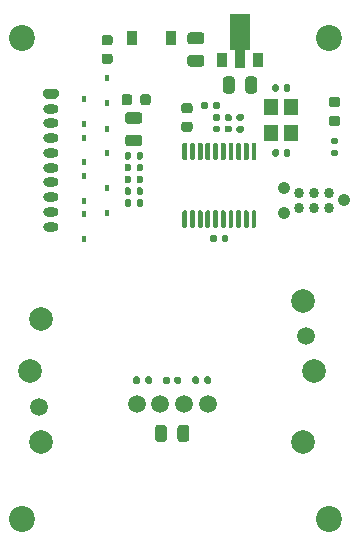
<source format=gbr>
%TF.GenerationSoftware,KiCad,Pcbnew,(5.1.7)-1*%
%TF.CreationDate,2021-09-13T22:56:48+02:00*%
%TF.ProjectId,Airspeed_SensorBoard,41697273-7065-4656-945f-53656e736f72,rev?*%
%TF.SameCoordinates,Original*%
%TF.FileFunction,Soldermask,Top*%
%TF.FilePolarity,Negative*%
%FSLAX46Y46*%
G04 Gerber Fmt 4.6, Leading zero omitted, Abs format (unit mm)*
G04 Created by KiCad (PCBNEW (5.1.7)-1) date 2021-09-13 22:56:48*
%MOMM*%
%LPD*%
G01*
G04 APERTURE LIST*
%ADD10C,1.067000*%
%ADD11C,0.863000*%
%ADD12C,2.200000*%
%ADD13R,1.200000X1.400000*%
%ADD14C,2.000000*%
%ADD15C,1.500000*%
%ADD16C,0.100000*%
%ADD17R,0.900000X1.300000*%
%ADD18O,1.300000X0.800000*%
%ADD19R,0.450000X0.600000*%
%ADD20R,0.900000X1.200000*%
G04 APERTURE END LIST*
D10*
%TO.C,J2*%
X81960000Y-36606000D03*
X81960000Y-34484000D03*
X87040000Y-35500000D03*
D11*
X85770000Y-34865000D03*
X85770000Y-36135000D03*
X84500000Y-34865000D03*
X84500000Y-36135000D03*
X83230000Y-34865000D03*
X83230000Y-36135000D03*
%TD*%
D12*
%TO.C,H4*%
X85750000Y-62500000D03*
%TD*%
%TO.C,H3*%
X59750000Y-62500000D03*
%TD*%
%TO.C,H2*%
X85750000Y-21750000D03*
%TD*%
%TO.C,H1*%
X59750000Y-21750000D03*
%TD*%
D13*
%TO.C,Y1*%
X80900000Y-29850000D03*
X80900000Y-27650000D03*
X82600000Y-27650000D03*
X82600000Y-29850000D03*
%TD*%
D14*
%TO.C,U3*%
X83600000Y-44050000D03*
X83600000Y-55950000D03*
X61400000Y-55950000D03*
X61400000Y-45550000D03*
X60500000Y-50000000D03*
X84500000Y-50000000D03*
D15*
X83800000Y-47000000D03*
X61200000Y-53000000D03*
X75500000Y-52750000D03*
X73500000Y-52750000D03*
X71500000Y-52750000D03*
X69500000Y-52750000D03*
%TD*%
%TO.C,U2*%
G36*
G01*
X79325000Y-36375000D02*
X79525000Y-36375000D01*
G75*
G02*
X79625000Y-36475000I0J-100000D01*
G01*
X79625000Y-37750000D01*
G75*
G02*
X79525000Y-37850000I-100000J0D01*
G01*
X79325000Y-37850000D01*
G75*
G02*
X79225000Y-37750000I0J100000D01*
G01*
X79225000Y-36475000D01*
G75*
G02*
X79325000Y-36375000I100000J0D01*
G01*
G37*
G36*
G01*
X78675000Y-36375000D02*
X78875000Y-36375000D01*
G75*
G02*
X78975000Y-36475000I0J-100000D01*
G01*
X78975000Y-37750000D01*
G75*
G02*
X78875000Y-37850000I-100000J0D01*
G01*
X78675000Y-37850000D01*
G75*
G02*
X78575000Y-37750000I0J100000D01*
G01*
X78575000Y-36475000D01*
G75*
G02*
X78675000Y-36375000I100000J0D01*
G01*
G37*
G36*
G01*
X78025000Y-36375000D02*
X78225000Y-36375000D01*
G75*
G02*
X78325000Y-36475000I0J-100000D01*
G01*
X78325000Y-37750000D01*
G75*
G02*
X78225000Y-37850000I-100000J0D01*
G01*
X78025000Y-37850000D01*
G75*
G02*
X77925000Y-37750000I0J100000D01*
G01*
X77925000Y-36475000D01*
G75*
G02*
X78025000Y-36375000I100000J0D01*
G01*
G37*
G36*
G01*
X77375000Y-36375000D02*
X77575000Y-36375000D01*
G75*
G02*
X77675000Y-36475000I0J-100000D01*
G01*
X77675000Y-37750000D01*
G75*
G02*
X77575000Y-37850000I-100000J0D01*
G01*
X77375000Y-37850000D01*
G75*
G02*
X77275000Y-37750000I0J100000D01*
G01*
X77275000Y-36475000D01*
G75*
G02*
X77375000Y-36375000I100000J0D01*
G01*
G37*
G36*
G01*
X76725000Y-36375000D02*
X76925000Y-36375000D01*
G75*
G02*
X77025000Y-36475000I0J-100000D01*
G01*
X77025000Y-37750000D01*
G75*
G02*
X76925000Y-37850000I-100000J0D01*
G01*
X76725000Y-37850000D01*
G75*
G02*
X76625000Y-37750000I0J100000D01*
G01*
X76625000Y-36475000D01*
G75*
G02*
X76725000Y-36375000I100000J0D01*
G01*
G37*
G36*
G01*
X76075000Y-36375000D02*
X76275000Y-36375000D01*
G75*
G02*
X76375000Y-36475000I0J-100000D01*
G01*
X76375000Y-37750000D01*
G75*
G02*
X76275000Y-37850000I-100000J0D01*
G01*
X76075000Y-37850000D01*
G75*
G02*
X75975000Y-37750000I0J100000D01*
G01*
X75975000Y-36475000D01*
G75*
G02*
X76075000Y-36375000I100000J0D01*
G01*
G37*
G36*
G01*
X75425000Y-36375000D02*
X75625000Y-36375000D01*
G75*
G02*
X75725000Y-36475000I0J-100000D01*
G01*
X75725000Y-37750000D01*
G75*
G02*
X75625000Y-37850000I-100000J0D01*
G01*
X75425000Y-37850000D01*
G75*
G02*
X75325000Y-37750000I0J100000D01*
G01*
X75325000Y-36475000D01*
G75*
G02*
X75425000Y-36375000I100000J0D01*
G01*
G37*
G36*
G01*
X74775000Y-36375000D02*
X74975000Y-36375000D01*
G75*
G02*
X75075000Y-36475000I0J-100000D01*
G01*
X75075000Y-37750000D01*
G75*
G02*
X74975000Y-37850000I-100000J0D01*
G01*
X74775000Y-37850000D01*
G75*
G02*
X74675000Y-37750000I0J100000D01*
G01*
X74675000Y-36475000D01*
G75*
G02*
X74775000Y-36375000I100000J0D01*
G01*
G37*
G36*
G01*
X74125000Y-36375000D02*
X74325000Y-36375000D01*
G75*
G02*
X74425000Y-36475000I0J-100000D01*
G01*
X74425000Y-37750000D01*
G75*
G02*
X74325000Y-37850000I-100000J0D01*
G01*
X74125000Y-37850000D01*
G75*
G02*
X74025000Y-37750000I0J100000D01*
G01*
X74025000Y-36475000D01*
G75*
G02*
X74125000Y-36375000I100000J0D01*
G01*
G37*
G36*
G01*
X73475000Y-36375000D02*
X73675000Y-36375000D01*
G75*
G02*
X73775000Y-36475000I0J-100000D01*
G01*
X73775000Y-37750000D01*
G75*
G02*
X73675000Y-37850000I-100000J0D01*
G01*
X73475000Y-37850000D01*
G75*
G02*
X73375000Y-37750000I0J100000D01*
G01*
X73375000Y-36475000D01*
G75*
G02*
X73475000Y-36375000I100000J0D01*
G01*
G37*
G36*
G01*
X73475000Y-30650000D02*
X73675000Y-30650000D01*
G75*
G02*
X73775000Y-30750000I0J-100000D01*
G01*
X73775000Y-32025000D01*
G75*
G02*
X73675000Y-32125000I-100000J0D01*
G01*
X73475000Y-32125000D01*
G75*
G02*
X73375000Y-32025000I0J100000D01*
G01*
X73375000Y-30750000D01*
G75*
G02*
X73475000Y-30650000I100000J0D01*
G01*
G37*
G36*
G01*
X74125000Y-30650000D02*
X74325000Y-30650000D01*
G75*
G02*
X74425000Y-30750000I0J-100000D01*
G01*
X74425000Y-32025000D01*
G75*
G02*
X74325000Y-32125000I-100000J0D01*
G01*
X74125000Y-32125000D01*
G75*
G02*
X74025000Y-32025000I0J100000D01*
G01*
X74025000Y-30750000D01*
G75*
G02*
X74125000Y-30650000I100000J0D01*
G01*
G37*
G36*
G01*
X74775000Y-30650000D02*
X74975000Y-30650000D01*
G75*
G02*
X75075000Y-30750000I0J-100000D01*
G01*
X75075000Y-32025000D01*
G75*
G02*
X74975000Y-32125000I-100000J0D01*
G01*
X74775000Y-32125000D01*
G75*
G02*
X74675000Y-32025000I0J100000D01*
G01*
X74675000Y-30750000D01*
G75*
G02*
X74775000Y-30650000I100000J0D01*
G01*
G37*
G36*
G01*
X75425000Y-30650000D02*
X75625000Y-30650000D01*
G75*
G02*
X75725000Y-30750000I0J-100000D01*
G01*
X75725000Y-32025000D01*
G75*
G02*
X75625000Y-32125000I-100000J0D01*
G01*
X75425000Y-32125000D01*
G75*
G02*
X75325000Y-32025000I0J100000D01*
G01*
X75325000Y-30750000D01*
G75*
G02*
X75425000Y-30650000I100000J0D01*
G01*
G37*
G36*
G01*
X76075000Y-30650000D02*
X76275000Y-30650000D01*
G75*
G02*
X76375000Y-30750000I0J-100000D01*
G01*
X76375000Y-32025000D01*
G75*
G02*
X76275000Y-32125000I-100000J0D01*
G01*
X76075000Y-32125000D01*
G75*
G02*
X75975000Y-32025000I0J100000D01*
G01*
X75975000Y-30750000D01*
G75*
G02*
X76075000Y-30650000I100000J0D01*
G01*
G37*
G36*
G01*
X76725000Y-30650000D02*
X76925000Y-30650000D01*
G75*
G02*
X77025000Y-30750000I0J-100000D01*
G01*
X77025000Y-32025000D01*
G75*
G02*
X76925000Y-32125000I-100000J0D01*
G01*
X76725000Y-32125000D01*
G75*
G02*
X76625000Y-32025000I0J100000D01*
G01*
X76625000Y-30750000D01*
G75*
G02*
X76725000Y-30650000I100000J0D01*
G01*
G37*
G36*
G01*
X77375000Y-30650000D02*
X77575000Y-30650000D01*
G75*
G02*
X77675000Y-30750000I0J-100000D01*
G01*
X77675000Y-32025000D01*
G75*
G02*
X77575000Y-32125000I-100000J0D01*
G01*
X77375000Y-32125000D01*
G75*
G02*
X77275000Y-32025000I0J100000D01*
G01*
X77275000Y-30750000D01*
G75*
G02*
X77375000Y-30650000I100000J0D01*
G01*
G37*
G36*
G01*
X78025000Y-30650000D02*
X78225000Y-30650000D01*
G75*
G02*
X78325000Y-30750000I0J-100000D01*
G01*
X78325000Y-32025000D01*
G75*
G02*
X78225000Y-32125000I-100000J0D01*
G01*
X78025000Y-32125000D01*
G75*
G02*
X77925000Y-32025000I0J100000D01*
G01*
X77925000Y-30750000D01*
G75*
G02*
X78025000Y-30650000I100000J0D01*
G01*
G37*
G36*
G01*
X78675000Y-30650000D02*
X78875000Y-30650000D01*
G75*
G02*
X78975000Y-30750000I0J-100000D01*
G01*
X78975000Y-32025000D01*
G75*
G02*
X78875000Y-32125000I-100000J0D01*
G01*
X78675000Y-32125000D01*
G75*
G02*
X78575000Y-32025000I0J100000D01*
G01*
X78575000Y-30750000D01*
G75*
G02*
X78675000Y-30650000I100000J0D01*
G01*
G37*
G36*
G01*
X79325000Y-30650000D02*
X79525000Y-30650000D01*
G75*
G02*
X79625000Y-30750000I0J-100000D01*
G01*
X79625000Y-32025000D01*
G75*
G02*
X79525000Y-32125000I-100000J0D01*
G01*
X79325000Y-32125000D01*
G75*
G02*
X79225000Y-32025000I0J100000D01*
G01*
X79225000Y-30750000D01*
G75*
G02*
X79325000Y-30650000I100000J0D01*
G01*
G37*
%TD*%
D16*
%TO.C,U1*%
G36*
X79116500Y-19700000D02*
G01*
X79116500Y-22825000D01*
X78700000Y-22825000D01*
X78700000Y-24300000D01*
X77800000Y-24300000D01*
X77800000Y-22825000D01*
X77383500Y-22825000D01*
X77383500Y-19700000D01*
X79116500Y-19700000D01*
G37*
D17*
X79750000Y-23650000D03*
X76750000Y-23650000D03*
%TD*%
%TO.C,R10*%
G36*
G01*
X69010000Y-35565000D02*
X69010000Y-35935000D01*
G75*
G02*
X68875000Y-36070000I-135000J0D01*
G01*
X68605000Y-36070000D01*
G75*
G02*
X68470000Y-35935000I0J135000D01*
G01*
X68470000Y-35565000D01*
G75*
G02*
X68605000Y-35430000I135000J0D01*
G01*
X68875000Y-35430000D01*
G75*
G02*
X69010000Y-35565000I0J-135000D01*
G01*
G37*
G36*
G01*
X70030000Y-35565000D02*
X70030000Y-35935000D01*
G75*
G02*
X69895000Y-36070000I-135000J0D01*
G01*
X69625000Y-36070000D01*
G75*
G02*
X69490000Y-35935000I0J135000D01*
G01*
X69490000Y-35565000D01*
G75*
G02*
X69625000Y-35430000I135000J0D01*
G01*
X69895000Y-35430000D01*
G75*
G02*
X70030000Y-35565000I0J-135000D01*
G01*
G37*
%TD*%
%TO.C,R9*%
G36*
G01*
X69010000Y-34565000D02*
X69010000Y-34935000D01*
G75*
G02*
X68875000Y-35070000I-135000J0D01*
G01*
X68605000Y-35070000D01*
G75*
G02*
X68470000Y-34935000I0J135000D01*
G01*
X68470000Y-34565000D01*
G75*
G02*
X68605000Y-34430000I135000J0D01*
G01*
X68875000Y-34430000D01*
G75*
G02*
X69010000Y-34565000I0J-135000D01*
G01*
G37*
G36*
G01*
X70030000Y-34565000D02*
X70030000Y-34935000D01*
G75*
G02*
X69895000Y-35070000I-135000J0D01*
G01*
X69625000Y-35070000D01*
G75*
G02*
X69490000Y-34935000I0J135000D01*
G01*
X69490000Y-34565000D01*
G75*
G02*
X69625000Y-34430000I135000J0D01*
G01*
X69895000Y-34430000D01*
G75*
G02*
X70030000Y-34565000I0J-135000D01*
G01*
G37*
%TD*%
%TO.C,R8*%
G36*
G01*
X69010000Y-33565000D02*
X69010000Y-33935000D01*
G75*
G02*
X68875000Y-34070000I-135000J0D01*
G01*
X68605000Y-34070000D01*
G75*
G02*
X68470000Y-33935000I0J135000D01*
G01*
X68470000Y-33565000D01*
G75*
G02*
X68605000Y-33430000I135000J0D01*
G01*
X68875000Y-33430000D01*
G75*
G02*
X69010000Y-33565000I0J-135000D01*
G01*
G37*
G36*
G01*
X70030000Y-33565000D02*
X70030000Y-33935000D01*
G75*
G02*
X69895000Y-34070000I-135000J0D01*
G01*
X69625000Y-34070000D01*
G75*
G02*
X69490000Y-33935000I0J135000D01*
G01*
X69490000Y-33565000D01*
G75*
G02*
X69625000Y-33430000I135000J0D01*
G01*
X69895000Y-33430000D01*
G75*
G02*
X70030000Y-33565000I0J-135000D01*
G01*
G37*
%TD*%
%TO.C,R7*%
G36*
G01*
X69010000Y-32565000D02*
X69010000Y-32935000D01*
G75*
G02*
X68875000Y-33070000I-135000J0D01*
G01*
X68605000Y-33070000D01*
G75*
G02*
X68470000Y-32935000I0J135000D01*
G01*
X68470000Y-32565000D01*
G75*
G02*
X68605000Y-32430000I135000J0D01*
G01*
X68875000Y-32430000D01*
G75*
G02*
X69010000Y-32565000I0J-135000D01*
G01*
G37*
G36*
G01*
X70030000Y-32565000D02*
X70030000Y-32935000D01*
G75*
G02*
X69895000Y-33070000I-135000J0D01*
G01*
X69625000Y-33070000D01*
G75*
G02*
X69490000Y-32935000I0J135000D01*
G01*
X69490000Y-32565000D01*
G75*
G02*
X69625000Y-32430000I135000J0D01*
G01*
X69895000Y-32430000D01*
G75*
G02*
X70030000Y-32565000I0J-135000D01*
G01*
G37*
%TD*%
%TO.C,R6*%
G36*
G01*
X69010000Y-31565000D02*
X69010000Y-31935000D01*
G75*
G02*
X68875000Y-32070000I-135000J0D01*
G01*
X68605000Y-32070000D01*
G75*
G02*
X68470000Y-31935000I0J135000D01*
G01*
X68470000Y-31565000D01*
G75*
G02*
X68605000Y-31430000I135000J0D01*
G01*
X68875000Y-31430000D01*
G75*
G02*
X69010000Y-31565000I0J-135000D01*
G01*
G37*
G36*
G01*
X70030000Y-31565000D02*
X70030000Y-31935000D01*
G75*
G02*
X69895000Y-32070000I-135000J0D01*
G01*
X69625000Y-32070000D01*
G75*
G02*
X69490000Y-31935000I0J135000D01*
G01*
X69490000Y-31565000D01*
G75*
G02*
X69625000Y-31430000I135000J0D01*
G01*
X69895000Y-31430000D01*
G75*
G02*
X70030000Y-31565000I0J-135000D01*
G01*
G37*
%TD*%
%TO.C,R5*%
G36*
G01*
X75240000Y-50935000D02*
X75240000Y-50565000D01*
G75*
G02*
X75375000Y-50430000I135000J0D01*
G01*
X75645000Y-50430000D01*
G75*
G02*
X75780000Y-50565000I0J-135000D01*
G01*
X75780000Y-50935000D01*
G75*
G02*
X75645000Y-51070000I-135000J0D01*
G01*
X75375000Y-51070000D01*
G75*
G02*
X75240000Y-50935000I0J135000D01*
G01*
G37*
G36*
G01*
X74220000Y-50935000D02*
X74220000Y-50565000D01*
G75*
G02*
X74355000Y-50430000I135000J0D01*
G01*
X74625000Y-50430000D01*
G75*
G02*
X74760000Y-50565000I0J-135000D01*
G01*
X74760000Y-50935000D01*
G75*
G02*
X74625000Y-51070000I-135000J0D01*
G01*
X74355000Y-51070000D01*
G75*
G02*
X74220000Y-50935000I0J135000D01*
G01*
G37*
%TD*%
%TO.C,R4*%
G36*
G01*
X69760000Y-50565000D02*
X69760000Y-50935000D01*
G75*
G02*
X69625000Y-51070000I-135000J0D01*
G01*
X69355000Y-51070000D01*
G75*
G02*
X69220000Y-50935000I0J135000D01*
G01*
X69220000Y-50565000D01*
G75*
G02*
X69355000Y-50430000I135000J0D01*
G01*
X69625000Y-50430000D01*
G75*
G02*
X69760000Y-50565000I0J-135000D01*
G01*
G37*
G36*
G01*
X70780000Y-50565000D02*
X70780000Y-50935000D01*
G75*
G02*
X70645000Y-51070000I-135000J0D01*
G01*
X70375000Y-51070000D01*
G75*
G02*
X70240000Y-50935000I0J135000D01*
G01*
X70240000Y-50565000D01*
G75*
G02*
X70375000Y-50430000I135000J0D01*
G01*
X70645000Y-50430000D01*
G75*
G02*
X70780000Y-50565000I0J-135000D01*
G01*
G37*
%TD*%
%TO.C,R3*%
G36*
G01*
X78435000Y-28760000D02*
X78065000Y-28760000D01*
G75*
G02*
X77930000Y-28625000I0J135000D01*
G01*
X77930000Y-28355000D01*
G75*
G02*
X78065000Y-28220000I135000J0D01*
G01*
X78435000Y-28220000D01*
G75*
G02*
X78570000Y-28355000I0J-135000D01*
G01*
X78570000Y-28625000D01*
G75*
G02*
X78435000Y-28760000I-135000J0D01*
G01*
G37*
G36*
G01*
X78435000Y-29780000D02*
X78065000Y-29780000D01*
G75*
G02*
X77930000Y-29645000I0J135000D01*
G01*
X77930000Y-29375000D01*
G75*
G02*
X78065000Y-29240000I135000J0D01*
G01*
X78435000Y-29240000D01*
G75*
G02*
X78570000Y-29375000I0J-135000D01*
G01*
X78570000Y-29645000D01*
G75*
G02*
X78435000Y-29780000I-135000J0D01*
G01*
G37*
%TD*%
%TO.C,R2*%
G36*
G01*
X75510000Y-27315000D02*
X75510000Y-27685000D01*
G75*
G02*
X75375000Y-27820000I-135000J0D01*
G01*
X75105000Y-27820000D01*
G75*
G02*
X74970000Y-27685000I0J135000D01*
G01*
X74970000Y-27315000D01*
G75*
G02*
X75105000Y-27180000I135000J0D01*
G01*
X75375000Y-27180000D01*
G75*
G02*
X75510000Y-27315000I0J-135000D01*
G01*
G37*
G36*
G01*
X76530000Y-27315000D02*
X76530000Y-27685000D01*
G75*
G02*
X76395000Y-27820000I-135000J0D01*
G01*
X76125000Y-27820000D01*
G75*
G02*
X75990000Y-27685000I0J135000D01*
G01*
X75990000Y-27315000D01*
G75*
G02*
X76125000Y-27180000I135000J0D01*
G01*
X76395000Y-27180000D01*
G75*
G02*
X76530000Y-27315000I0J-135000D01*
G01*
G37*
%TD*%
%TO.C,R1*%
G36*
G01*
X86065000Y-31240000D02*
X86435000Y-31240000D01*
G75*
G02*
X86570000Y-31375000I0J-135000D01*
G01*
X86570000Y-31645000D01*
G75*
G02*
X86435000Y-31780000I-135000J0D01*
G01*
X86065000Y-31780000D01*
G75*
G02*
X85930000Y-31645000I0J135000D01*
G01*
X85930000Y-31375000D01*
G75*
G02*
X86065000Y-31240000I135000J0D01*
G01*
G37*
G36*
G01*
X86065000Y-30220000D02*
X86435000Y-30220000D01*
G75*
G02*
X86570000Y-30355000I0J-135000D01*
G01*
X86570000Y-30625000D01*
G75*
G02*
X86435000Y-30760000I-135000J0D01*
G01*
X86065000Y-30760000D01*
G75*
G02*
X85930000Y-30625000I0J135000D01*
G01*
X85930000Y-30355000D01*
G75*
G02*
X86065000Y-30220000I135000J0D01*
G01*
G37*
%TD*%
D18*
%TO.C,J1*%
X62250000Y-37750000D03*
X62250000Y-36500000D03*
X62250000Y-35250000D03*
X62250000Y-34000000D03*
X62250000Y-32750000D03*
X62250000Y-31500000D03*
X62250000Y-30250000D03*
X62250000Y-29000000D03*
X62250000Y-27750000D03*
G36*
G01*
X61800000Y-26100000D02*
X62700000Y-26100000D01*
G75*
G02*
X62900000Y-26300000I0J-200000D01*
G01*
X62900000Y-26700000D01*
G75*
G02*
X62700000Y-26900000I-200000J0D01*
G01*
X61800000Y-26900000D01*
G75*
G02*
X61600000Y-26700000I0J200000D01*
G01*
X61600000Y-26300000D01*
G75*
G02*
X61800000Y-26100000I200000J0D01*
G01*
G37*
%TD*%
%TO.C,FB2*%
G36*
G01*
X69112500Y-26743750D02*
X69112500Y-27256250D01*
G75*
G02*
X68893750Y-27475000I-218750J0D01*
G01*
X68456250Y-27475000D01*
G75*
G02*
X68237500Y-27256250I0J218750D01*
G01*
X68237500Y-26743750D01*
G75*
G02*
X68456250Y-26525000I218750J0D01*
G01*
X68893750Y-26525000D01*
G75*
G02*
X69112500Y-26743750I0J-218750D01*
G01*
G37*
G36*
G01*
X70687500Y-26743750D02*
X70687500Y-27256250D01*
G75*
G02*
X70468750Y-27475000I-218750J0D01*
G01*
X70031250Y-27475000D01*
G75*
G02*
X69812500Y-27256250I0J218750D01*
G01*
X69812500Y-26743750D01*
G75*
G02*
X70031250Y-26525000I218750J0D01*
G01*
X70468750Y-26525000D01*
G75*
G02*
X70687500Y-26743750I0J-218750D01*
G01*
G37*
%TD*%
%TO.C,FB1*%
G36*
G01*
X66743750Y-23100000D02*
X67256250Y-23100000D01*
G75*
G02*
X67475000Y-23318750I0J-218750D01*
G01*
X67475000Y-23756250D01*
G75*
G02*
X67256250Y-23975000I-218750J0D01*
G01*
X66743750Y-23975000D01*
G75*
G02*
X66525000Y-23756250I0J218750D01*
G01*
X66525000Y-23318750D01*
G75*
G02*
X66743750Y-23100000I218750J0D01*
G01*
G37*
G36*
G01*
X66743750Y-21525000D02*
X67256250Y-21525000D01*
G75*
G02*
X67475000Y-21743750I0J-218750D01*
G01*
X67475000Y-22181250D01*
G75*
G02*
X67256250Y-22400000I-218750J0D01*
G01*
X66743750Y-22400000D01*
G75*
G02*
X66525000Y-22181250I0J218750D01*
G01*
X66525000Y-21743750D01*
G75*
G02*
X66743750Y-21525000I218750J0D01*
G01*
G37*
%TD*%
D19*
%TO.C,D10*%
X65000000Y-38800000D03*
X65000000Y-36700000D03*
%TD*%
%TO.C,D9*%
X67000000Y-36550000D03*
X67000000Y-34450000D03*
%TD*%
%TO.C,D8*%
X65000000Y-35550000D03*
X65000000Y-33450000D03*
%TD*%
%TO.C,D7*%
X65000000Y-30200000D03*
X65000000Y-32300000D03*
%TD*%
%TO.C,D6*%
X67000000Y-29450000D03*
X67000000Y-31550000D03*
%TD*%
%TO.C,D5*%
X65000000Y-26950000D03*
X65000000Y-29050000D03*
%TD*%
%TO.C,D4*%
X67000000Y-27300000D03*
X67000000Y-25200000D03*
%TD*%
%TO.C,D3*%
G36*
G01*
X73493750Y-28850000D02*
X74006250Y-28850000D01*
G75*
G02*
X74225000Y-29068750I0J-218750D01*
G01*
X74225000Y-29506250D01*
G75*
G02*
X74006250Y-29725000I-218750J0D01*
G01*
X73493750Y-29725000D01*
G75*
G02*
X73275000Y-29506250I0J218750D01*
G01*
X73275000Y-29068750D01*
G75*
G02*
X73493750Y-28850000I218750J0D01*
G01*
G37*
G36*
G01*
X73493750Y-27275000D02*
X74006250Y-27275000D01*
G75*
G02*
X74225000Y-27493750I0J-218750D01*
G01*
X74225000Y-27931250D01*
G75*
G02*
X74006250Y-28150000I-218750J0D01*
G01*
X73493750Y-28150000D01*
G75*
G02*
X73275000Y-27931250I0J218750D01*
G01*
X73275000Y-27493750D01*
G75*
G02*
X73493750Y-27275000I218750J0D01*
G01*
G37*
%TD*%
%TO.C,D2*%
G36*
G01*
X86506250Y-27650000D02*
X85993750Y-27650000D01*
G75*
G02*
X85775000Y-27431250I0J218750D01*
G01*
X85775000Y-26993750D01*
G75*
G02*
X85993750Y-26775000I218750J0D01*
G01*
X86506250Y-26775000D01*
G75*
G02*
X86725000Y-26993750I0J-218750D01*
G01*
X86725000Y-27431250D01*
G75*
G02*
X86506250Y-27650000I-218750J0D01*
G01*
G37*
G36*
G01*
X86506250Y-29225000D02*
X85993750Y-29225000D01*
G75*
G02*
X85775000Y-29006250I0J218750D01*
G01*
X85775000Y-28568750D01*
G75*
G02*
X85993750Y-28350000I218750J0D01*
G01*
X86506250Y-28350000D01*
G75*
G02*
X86725000Y-28568750I0J-218750D01*
G01*
X86725000Y-29006250D01*
G75*
G02*
X86506250Y-29225000I-218750J0D01*
G01*
G37*
%TD*%
D20*
%TO.C,D1*%
X69100000Y-21750000D03*
X72400000Y-21750000D03*
%TD*%
%TO.C,C10*%
G36*
G01*
X68775000Y-29950000D02*
X69725000Y-29950000D01*
G75*
G02*
X69975000Y-30200000I0J-250000D01*
G01*
X69975000Y-30700000D01*
G75*
G02*
X69725000Y-30950000I-250000J0D01*
G01*
X68775000Y-30950000D01*
G75*
G02*
X68525000Y-30700000I0J250000D01*
G01*
X68525000Y-30200000D01*
G75*
G02*
X68775000Y-29950000I250000J0D01*
G01*
G37*
G36*
G01*
X68775000Y-28050000D02*
X69725000Y-28050000D01*
G75*
G02*
X69975000Y-28300000I0J-250000D01*
G01*
X69975000Y-28800000D01*
G75*
G02*
X69725000Y-29050000I-250000J0D01*
G01*
X68775000Y-29050000D01*
G75*
G02*
X68525000Y-28800000I0J250000D01*
G01*
X68525000Y-28300000D01*
G75*
G02*
X68775000Y-28050000I250000J0D01*
G01*
G37*
%TD*%
%TO.C,C9*%
G36*
G01*
X72950000Y-55725000D02*
X72950000Y-54775000D01*
G75*
G02*
X73200000Y-54525000I250000J0D01*
G01*
X73700000Y-54525000D01*
G75*
G02*
X73950000Y-54775000I0J-250000D01*
G01*
X73950000Y-55725000D01*
G75*
G02*
X73700000Y-55975000I-250000J0D01*
G01*
X73200000Y-55975000D01*
G75*
G02*
X72950000Y-55725000I0J250000D01*
G01*
G37*
G36*
G01*
X71050000Y-55725000D02*
X71050000Y-54775000D01*
G75*
G02*
X71300000Y-54525000I250000J0D01*
G01*
X71800000Y-54525000D01*
G75*
G02*
X72050000Y-54775000I0J-250000D01*
G01*
X72050000Y-55725000D01*
G75*
G02*
X71800000Y-55975000I-250000J0D01*
G01*
X71300000Y-55975000D01*
G75*
G02*
X71050000Y-55725000I0J250000D01*
G01*
G37*
%TD*%
%TO.C,C8*%
G36*
G01*
X72700000Y-50920000D02*
X72700000Y-50580000D01*
G75*
G02*
X72840000Y-50440000I140000J0D01*
G01*
X73120000Y-50440000D01*
G75*
G02*
X73260000Y-50580000I0J-140000D01*
G01*
X73260000Y-50920000D01*
G75*
G02*
X73120000Y-51060000I-140000J0D01*
G01*
X72840000Y-51060000D01*
G75*
G02*
X72700000Y-50920000I0J140000D01*
G01*
G37*
G36*
G01*
X71740000Y-50920000D02*
X71740000Y-50580000D01*
G75*
G02*
X71880000Y-50440000I140000J0D01*
G01*
X72160000Y-50440000D01*
G75*
G02*
X72300000Y-50580000I0J-140000D01*
G01*
X72300000Y-50920000D01*
G75*
G02*
X72160000Y-51060000I-140000J0D01*
G01*
X71880000Y-51060000D01*
G75*
G02*
X71740000Y-50920000I0J140000D01*
G01*
G37*
%TD*%
%TO.C,C7*%
G36*
G01*
X81930000Y-26170000D02*
X81930000Y-25830000D01*
G75*
G02*
X82070000Y-25690000I140000J0D01*
G01*
X82350000Y-25690000D01*
G75*
G02*
X82490000Y-25830000I0J-140000D01*
G01*
X82490000Y-26170000D01*
G75*
G02*
X82350000Y-26310000I-140000J0D01*
G01*
X82070000Y-26310000D01*
G75*
G02*
X81930000Y-26170000I0J140000D01*
G01*
G37*
G36*
G01*
X80970000Y-26170000D02*
X80970000Y-25830000D01*
G75*
G02*
X81110000Y-25690000I140000J0D01*
G01*
X81390000Y-25690000D01*
G75*
G02*
X81530000Y-25830000I0J-140000D01*
G01*
X81530000Y-26170000D01*
G75*
G02*
X81390000Y-26310000I-140000J0D01*
G01*
X81110000Y-26310000D01*
G75*
G02*
X80970000Y-26170000I0J140000D01*
G01*
G37*
%TD*%
%TO.C,C6*%
G36*
G01*
X81550000Y-31330000D02*
X81550000Y-31670000D01*
G75*
G02*
X81410000Y-31810000I-140000J0D01*
G01*
X81130000Y-31810000D01*
G75*
G02*
X80990000Y-31670000I0J140000D01*
G01*
X80990000Y-31330000D01*
G75*
G02*
X81130000Y-31190000I140000J0D01*
G01*
X81410000Y-31190000D01*
G75*
G02*
X81550000Y-31330000I0J-140000D01*
G01*
G37*
G36*
G01*
X82510000Y-31330000D02*
X82510000Y-31670000D01*
G75*
G02*
X82370000Y-31810000I-140000J0D01*
G01*
X82090000Y-31810000D01*
G75*
G02*
X81950000Y-31670000I0J140000D01*
G01*
X81950000Y-31330000D01*
G75*
G02*
X82090000Y-31190000I140000J0D01*
G01*
X82370000Y-31190000D01*
G75*
G02*
X82510000Y-31330000I0J-140000D01*
G01*
G37*
%TD*%
%TO.C,C5*%
G36*
G01*
X77420000Y-28800000D02*
X77080000Y-28800000D01*
G75*
G02*
X76940000Y-28660000I0J140000D01*
G01*
X76940000Y-28380000D01*
G75*
G02*
X77080000Y-28240000I140000J0D01*
G01*
X77420000Y-28240000D01*
G75*
G02*
X77560000Y-28380000I0J-140000D01*
G01*
X77560000Y-28660000D01*
G75*
G02*
X77420000Y-28800000I-140000J0D01*
G01*
G37*
G36*
G01*
X77420000Y-29760000D02*
X77080000Y-29760000D01*
G75*
G02*
X76940000Y-29620000I0J140000D01*
G01*
X76940000Y-29340000D01*
G75*
G02*
X77080000Y-29200000I140000J0D01*
G01*
X77420000Y-29200000D01*
G75*
G02*
X77560000Y-29340000I0J-140000D01*
G01*
X77560000Y-29620000D01*
G75*
G02*
X77420000Y-29760000I-140000J0D01*
G01*
G37*
%TD*%
%TO.C,C4*%
G36*
G01*
X76420000Y-28800000D02*
X76080000Y-28800000D01*
G75*
G02*
X75940000Y-28660000I0J140000D01*
G01*
X75940000Y-28380000D01*
G75*
G02*
X76080000Y-28240000I140000J0D01*
G01*
X76420000Y-28240000D01*
G75*
G02*
X76560000Y-28380000I0J-140000D01*
G01*
X76560000Y-28660000D01*
G75*
G02*
X76420000Y-28800000I-140000J0D01*
G01*
G37*
G36*
G01*
X76420000Y-29760000D02*
X76080000Y-29760000D01*
G75*
G02*
X75940000Y-29620000I0J140000D01*
G01*
X75940000Y-29340000D01*
G75*
G02*
X76080000Y-29200000I140000J0D01*
G01*
X76420000Y-29200000D01*
G75*
G02*
X76560000Y-29340000I0J-140000D01*
G01*
X76560000Y-29620000D01*
G75*
G02*
X76420000Y-29760000I-140000J0D01*
G01*
G37*
%TD*%
%TO.C,C3*%
G36*
G01*
X76300000Y-38580000D02*
X76300000Y-38920000D01*
G75*
G02*
X76160000Y-39060000I-140000J0D01*
G01*
X75880000Y-39060000D01*
G75*
G02*
X75740000Y-38920000I0J140000D01*
G01*
X75740000Y-38580000D01*
G75*
G02*
X75880000Y-38440000I140000J0D01*
G01*
X76160000Y-38440000D01*
G75*
G02*
X76300000Y-38580000I0J-140000D01*
G01*
G37*
G36*
G01*
X77260000Y-38580000D02*
X77260000Y-38920000D01*
G75*
G02*
X77120000Y-39060000I-140000J0D01*
G01*
X76840000Y-39060000D01*
G75*
G02*
X76700000Y-38920000I0J140000D01*
G01*
X76700000Y-38580000D01*
G75*
G02*
X76840000Y-38440000I140000J0D01*
G01*
X77120000Y-38440000D01*
G75*
G02*
X77260000Y-38580000I0J-140000D01*
G01*
G37*
%TD*%
%TO.C,C2*%
G36*
G01*
X77800000Y-25275000D02*
X77800000Y-26225000D01*
G75*
G02*
X77550000Y-26475000I-250000J0D01*
G01*
X77050000Y-26475000D01*
G75*
G02*
X76800000Y-26225000I0J250000D01*
G01*
X76800000Y-25275000D01*
G75*
G02*
X77050000Y-25025000I250000J0D01*
G01*
X77550000Y-25025000D01*
G75*
G02*
X77800000Y-25275000I0J-250000D01*
G01*
G37*
G36*
G01*
X79700000Y-25275000D02*
X79700000Y-26225000D01*
G75*
G02*
X79450000Y-26475000I-250000J0D01*
G01*
X78950000Y-26475000D01*
G75*
G02*
X78700000Y-26225000I0J250000D01*
G01*
X78700000Y-25275000D01*
G75*
G02*
X78950000Y-25025000I250000J0D01*
G01*
X79450000Y-25025000D01*
G75*
G02*
X79700000Y-25275000I0J-250000D01*
G01*
G37*
%TD*%
%TO.C,C1*%
G36*
G01*
X74025000Y-23200000D02*
X74975000Y-23200000D01*
G75*
G02*
X75225000Y-23450000I0J-250000D01*
G01*
X75225000Y-23950000D01*
G75*
G02*
X74975000Y-24200000I-250000J0D01*
G01*
X74025000Y-24200000D01*
G75*
G02*
X73775000Y-23950000I0J250000D01*
G01*
X73775000Y-23450000D01*
G75*
G02*
X74025000Y-23200000I250000J0D01*
G01*
G37*
G36*
G01*
X74025000Y-21300000D02*
X74975000Y-21300000D01*
G75*
G02*
X75225000Y-21550000I0J-250000D01*
G01*
X75225000Y-22050000D01*
G75*
G02*
X74975000Y-22300000I-250000J0D01*
G01*
X74025000Y-22300000D01*
G75*
G02*
X73775000Y-22050000I0J250000D01*
G01*
X73775000Y-21550000D01*
G75*
G02*
X74025000Y-21300000I250000J0D01*
G01*
G37*
%TD*%
M02*

</source>
